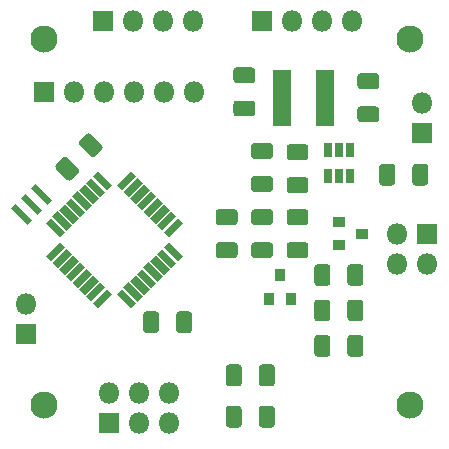
<source format=gbr>
%TF.GenerationSoftware,KiCad,Pcbnew,5.1.6*%
%TF.CreationDate,2020-09-21T03:48:32+02:00*%
%TF.ProjectId,Arduino_CPU_Board,41726475-696e-46f5-9f43-50555f426f61,rev?*%
%TF.SameCoordinates,Original*%
%TF.FileFunction,Soldermask,Top*%
%TF.FilePolarity,Negative*%
%FSLAX46Y46*%
G04 Gerber Fmt 4.6, Leading zero omitted, Abs format (unit mm)*
G04 Created by KiCad (PCBNEW 5.1.6) date 2020-09-21 03:48:32*
%MOMM*%
%LPD*%
G01*
G04 APERTURE LIST*
%ADD10O,1.800000X1.800000*%
%ADD11R,1.800000X1.800000*%
%ADD12C,2.300000*%
%ADD13C,0.100000*%
%ADD14R,0.750000X1.160000*%
%ADD15R,1.000000X0.900000*%
%ADD16R,0.900000X1.000000*%
%ADD17R,1.600000X4.800000*%
G04 APERTURE END LIST*
D10*
%TO.C,J3*%
X124120000Y-78000000D03*
X121580000Y-78000000D03*
X119040000Y-78000000D03*
D11*
X116500000Y-78000000D03*
%TD*%
D12*
%TO.C,REF\u002A\u002A*%
X142500000Y-79500000D03*
%TD*%
%TO.C,REF\u002A\u002A*%
X111500000Y-79500000D03*
%TD*%
%TO.C,REF\u002A\u002A*%
X111500000Y-110500000D03*
%TD*%
%TO.C,REF\u002A\u002A*%
X142500000Y-110500000D03*
%TD*%
D13*
%TO.C,Y1*%
G36*
X111878858Y-93535355D02*
G01*
X110464645Y-92121142D01*
X110818198Y-91767589D01*
X112232411Y-93181802D01*
X111878858Y-93535355D01*
G37*
G36*
X111030330Y-94383883D02*
G01*
X109616117Y-92969670D01*
X109969670Y-92616117D01*
X111383883Y-94030330D01*
X111030330Y-94383883D01*
G37*
G36*
X110181802Y-95232411D02*
G01*
X108767589Y-93818198D01*
X109121142Y-93464645D01*
X110535355Y-94878858D01*
X110181802Y-95232411D01*
G37*
%TD*%
D14*
%TO.C,U2*%
X136500000Y-88900000D03*
X135550000Y-88900000D03*
X137450000Y-88900000D03*
X137450000Y-91100000D03*
X136500000Y-91100000D03*
X135550000Y-91100000D03*
%TD*%
D13*
%TO.C,U1*%
G36*
X118154074Y-92345747D02*
G01*
X117694455Y-91886128D01*
X118896536Y-90684047D01*
X119356155Y-91143666D01*
X118154074Y-92345747D01*
G37*
G36*
X118719759Y-92911433D02*
G01*
X118260140Y-92451814D01*
X119462221Y-91249733D01*
X119921840Y-91709352D01*
X118719759Y-92911433D01*
G37*
G36*
X119285445Y-93477118D02*
G01*
X118825826Y-93017499D01*
X120027907Y-91815418D01*
X120487526Y-92275037D01*
X119285445Y-93477118D01*
G37*
G36*
X119851130Y-94042803D02*
G01*
X119391511Y-93583184D01*
X120593592Y-92381103D01*
X121053211Y-92840722D01*
X119851130Y-94042803D01*
G37*
G36*
X120416816Y-94608489D02*
G01*
X119957197Y-94148870D01*
X121159278Y-92946789D01*
X121618897Y-93406408D01*
X120416816Y-94608489D01*
G37*
G36*
X120982501Y-95174174D02*
G01*
X120522882Y-94714555D01*
X121724963Y-93512474D01*
X122184582Y-93972093D01*
X120982501Y-95174174D01*
G37*
G36*
X121548186Y-95739860D02*
G01*
X121088567Y-95280241D01*
X122290648Y-94078160D01*
X122750267Y-94537779D01*
X121548186Y-95739860D01*
G37*
G36*
X122113872Y-96305545D02*
G01*
X121654253Y-95845926D01*
X122856334Y-94643845D01*
X123315953Y-95103464D01*
X122113872Y-96305545D01*
G37*
G36*
X121654253Y-97154074D02*
G01*
X122113872Y-96694455D01*
X123315953Y-97896536D01*
X122856334Y-98356155D01*
X121654253Y-97154074D01*
G37*
G36*
X121088567Y-97719759D02*
G01*
X121548186Y-97260140D01*
X122750267Y-98462221D01*
X122290648Y-98921840D01*
X121088567Y-97719759D01*
G37*
G36*
X120522882Y-98285445D02*
G01*
X120982501Y-97825826D01*
X122184582Y-99027907D01*
X121724963Y-99487526D01*
X120522882Y-98285445D01*
G37*
G36*
X119957197Y-98851130D02*
G01*
X120416816Y-98391511D01*
X121618897Y-99593592D01*
X121159278Y-100053211D01*
X119957197Y-98851130D01*
G37*
G36*
X119391511Y-99416816D02*
G01*
X119851130Y-98957197D01*
X121053211Y-100159278D01*
X120593592Y-100618897D01*
X119391511Y-99416816D01*
G37*
G36*
X118825826Y-99982501D02*
G01*
X119285445Y-99522882D01*
X120487526Y-100724963D01*
X120027907Y-101184582D01*
X118825826Y-99982501D01*
G37*
G36*
X118260140Y-100548186D02*
G01*
X118719759Y-100088567D01*
X119921840Y-101290648D01*
X119462221Y-101750267D01*
X118260140Y-100548186D01*
G37*
G36*
X117694455Y-101113872D02*
G01*
X118154074Y-100654253D01*
X119356155Y-101856334D01*
X118896536Y-102315953D01*
X117694455Y-101113872D01*
G37*
G36*
X116103464Y-102315953D02*
G01*
X115643845Y-101856334D01*
X116845926Y-100654253D01*
X117305545Y-101113872D01*
X116103464Y-102315953D01*
G37*
G36*
X115537779Y-101750267D02*
G01*
X115078160Y-101290648D01*
X116280241Y-100088567D01*
X116739860Y-100548186D01*
X115537779Y-101750267D01*
G37*
G36*
X114972093Y-101184582D02*
G01*
X114512474Y-100724963D01*
X115714555Y-99522882D01*
X116174174Y-99982501D01*
X114972093Y-101184582D01*
G37*
G36*
X114406408Y-100618897D02*
G01*
X113946789Y-100159278D01*
X115148870Y-98957197D01*
X115608489Y-99416816D01*
X114406408Y-100618897D01*
G37*
G36*
X113840722Y-100053211D02*
G01*
X113381103Y-99593592D01*
X114583184Y-98391511D01*
X115042803Y-98851130D01*
X113840722Y-100053211D01*
G37*
G36*
X113275037Y-99487526D02*
G01*
X112815418Y-99027907D01*
X114017499Y-97825826D01*
X114477118Y-98285445D01*
X113275037Y-99487526D01*
G37*
G36*
X112709352Y-98921840D02*
G01*
X112249733Y-98462221D01*
X113451814Y-97260140D01*
X113911433Y-97719759D01*
X112709352Y-98921840D01*
G37*
G36*
X112143666Y-98356155D02*
G01*
X111684047Y-97896536D01*
X112886128Y-96694455D01*
X113345747Y-97154074D01*
X112143666Y-98356155D01*
G37*
G36*
X111684047Y-95103464D02*
G01*
X112143666Y-94643845D01*
X113345747Y-95845926D01*
X112886128Y-96305545D01*
X111684047Y-95103464D01*
G37*
G36*
X112249733Y-94537779D02*
G01*
X112709352Y-94078160D01*
X113911433Y-95280241D01*
X113451814Y-95739860D01*
X112249733Y-94537779D01*
G37*
G36*
X112815418Y-93972093D02*
G01*
X113275037Y-93512474D01*
X114477118Y-94714555D01*
X114017499Y-95174174D01*
X112815418Y-93972093D01*
G37*
G36*
X113381103Y-93406408D02*
G01*
X113840722Y-92946789D01*
X115042803Y-94148870D01*
X114583184Y-94608489D01*
X113381103Y-93406408D01*
G37*
G36*
X113946789Y-92840722D02*
G01*
X114406408Y-92381103D01*
X115608489Y-93583184D01*
X115148870Y-94042803D01*
X113946789Y-92840722D01*
G37*
G36*
X114512474Y-92275037D02*
G01*
X114972093Y-91815418D01*
X116174174Y-93017499D01*
X115714555Y-93477118D01*
X114512474Y-92275037D01*
G37*
G36*
X115078160Y-91709352D02*
G01*
X115537779Y-91249733D01*
X116739860Y-92451814D01*
X116280241Y-92911433D01*
X115078160Y-91709352D01*
G37*
G36*
X115643845Y-91143666D02*
G01*
X116103464Y-90684047D01*
X117305545Y-91886128D01*
X116845926Y-92345747D01*
X115643845Y-91143666D01*
G37*
%TD*%
D10*
%TO.C,Switch*%
X141460000Y-98540000D03*
X141460000Y-96000000D03*
X144000000Y-98540000D03*
D11*
X144000000Y-96000000D03*
%TD*%
%TO.C,R9*%
G36*
G01*
X137225000Y-106155000D02*
X137225000Y-104845000D01*
G75*
G02*
X137495000Y-104575000I270000J0D01*
G01*
X138305000Y-104575000D01*
G75*
G02*
X138575000Y-104845000I0J-270000D01*
G01*
X138575000Y-106155000D01*
G75*
G02*
X138305000Y-106425000I-270000J0D01*
G01*
X137495000Y-106425000D01*
G75*
G02*
X137225000Y-106155000I0J270000D01*
G01*
G37*
G36*
G01*
X134425000Y-106155000D02*
X134425000Y-104845000D01*
G75*
G02*
X134695000Y-104575000I270000J0D01*
G01*
X135505000Y-104575000D01*
G75*
G02*
X135775000Y-104845000I0J-270000D01*
G01*
X135775000Y-106155000D01*
G75*
G02*
X135505000Y-106425000I-270000J0D01*
G01*
X134695000Y-106425000D01*
G75*
G02*
X134425000Y-106155000I0J270000D01*
G01*
G37*
%TD*%
%TO.C,R8*%
G36*
G01*
X135775000Y-101845000D02*
X135775000Y-103155000D01*
G75*
G02*
X135505000Y-103425000I-270000J0D01*
G01*
X134695000Y-103425000D01*
G75*
G02*
X134425000Y-103155000I0J270000D01*
G01*
X134425000Y-101845000D01*
G75*
G02*
X134695000Y-101575000I270000J0D01*
G01*
X135505000Y-101575000D01*
G75*
G02*
X135775000Y-101845000I0J-270000D01*
G01*
G37*
G36*
G01*
X138575000Y-101845000D02*
X138575000Y-103155000D01*
G75*
G02*
X138305000Y-103425000I-270000J0D01*
G01*
X137495000Y-103425000D01*
G75*
G02*
X137225000Y-103155000I0J270000D01*
G01*
X137225000Y-101845000D01*
G75*
G02*
X137495000Y-101575000I270000J0D01*
G01*
X138305000Y-101575000D01*
G75*
G02*
X138575000Y-101845000I0J-270000D01*
G01*
G37*
%TD*%
%TO.C,R7*%
G36*
G01*
X128275000Y-107345000D02*
X128275000Y-108655000D01*
G75*
G02*
X128005000Y-108925000I-270000J0D01*
G01*
X127195000Y-108925000D01*
G75*
G02*
X126925000Y-108655000I0J270000D01*
G01*
X126925000Y-107345000D01*
G75*
G02*
X127195000Y-107075000I270000J0D01*
G01*
X128005000Y-107075000D01*
G75*
G02*
X128275000Y-107345000I0J-270000D01*
G01*
G37*
G36*
G01*
X131075000Y-107345000D02*
X131075000Y-108655000D01*
G75*
G02*
X130805000Y-108925000I-270000J0D01*
G01*
X129995000Y-108925000D01*
G75*
G02*
X129725000Y-108655000I0J270000D01*
G01*
X129725000Y-107345000D01*
G75*
G02*
X129995000Y-107075000I270000J0D01*
G01*
X130805000Y-107075000D01*
G75*
G02*
X131075000Y-107345000I0J-270000D01*
G01*
G37*
%TD*%
%TO.C,R6*%
G36*
G01*
X132345000Y-96725000D02*
X133655000Y-96725000D01*
G75*
G02*
X133925000Y-96995000I0J-270000D01*
G01*
X133925000Y-97805000D01*
G75*
G02*
X133655000Y-98075000I-270000J0D01*
G01*
X132345000Y-98075000D01*
G75*
G02*
X132075000Y-97805000I0J270000D01*
G01*
X132075000Y-96995000D01*
G75*
G02*
X132345000Y-96725000I270000J0D01*
G01*
G37*
G36*
G01*
X132345000Y-93925000D02*
X133655000Y-93925000D01*
G75*
G02*
X133925000Y-94195000I0J-270000D01*
G01*
X133925000Y-95005000D01*
G75*
G02*
X133655000Y-95275000I-270000J0D01*
G01*
X132345000Y-95275000D01*
G75*
G02*
X132075000Y-95005000I0J270000D01*
G01*
X132075000Y-94195000D01*
G75*
G02*
X132345000Y-93925000I270000J0D01*
G01*
G37*
%TD*%
%TO.C,R5*%
G36*
G01*
X129345000Y-91125000D02*
X130655000Y-91125000D01*
G75*
G02*
X130925000Y-91395000I0J-270000D01*
G01*
X130925000Y-92205000D01*
G75*
G02*
X130655000Y-92475000I-270000J0D01*
G01*
X129345000Y-92475000D01*
G75*
G02*
X129075000Y-92205000I0J270000D01*
G01*
X129075000Y-91395000D01*
G75*
G02*
X129345000Y-91125000I270000J0D01*
G01*
G37*
G36*
G01*
X129345000Y-88325000D02*
X130655000Y-88325000D01*
G75*
G02*
X130925000Y-88595000I0J-270000D01*
G01*
X130925000Y-89405000D01*
G75*
G02*
X130655000Y-89675000I-270000J0D01*
G01*
X129345000Y-89675000D01*
G75*
G02*
X129075000Y-89405000I0J270000D01*
G01*
X129075000Y-88595000D01*
G75*
G02*
X129345000Y-88325000I270000J0D01*
G01*
G37*
%TD*%
%TO.C,R4*%
G36*
G01*
X142725000Y-91655000D02*
X142725000Y-90345000D01*
G75*
G02*
X142995000Y-90075000I270000J0D01*
G01*
X143805000Y-90075000D01*
G75*
G02*
X144075000Y-90345000I0J-270000D01*
G01*
X144075000Y-91655000D01*
G75*
G02*
X143805000Y-91925000I-270000J0D01*
G01*
X142995000Y-91925000D01*
G75*
G02*
X142725000Y-91655000I0J270000D01*
G01*
G37*
G36*
G01*
X139925000Y-91655000D02*
X139925000Y-90345000D01*
G75*
G02*
X140195000Y-90075000I270000J0D01*
G01*
X141005000Y-90075000D01*
G75*
G02*
X141275000Y-90345000I0J-270000D01*
G01*
X141275000Y-91655000D01*
G75*
G02*
X141005000Y-91925000I-270000J0D01*
G01*
X140195000Y-91925000D01*
G75*
G02*
X139925000Y-91655000I0J270000D01*
G01*
G37*
%TD*%
%TO.C,R3*%
G36*
G01*
X129345000Y-96725000D02*
X130655000Y-96725000D01*
G75*
G02*
X130925000Y-96995000I0J-270000D01*
G01*
X130925000Y-97805000D01*
G75*
G02*
X130655000Y-98075000I-270000J0D01*
G01*
X129345000Y-98075000D01*
G75*
G02*
X129075000Y-97805000I0J270000D01*
G01*
X129075000Y-96995000D01*
G75*
G02*
X129345000Y-96725000I270000J0D01*
G01*
G37*
G36*
G01*
X129345000Y-93925000D02*
X130655000Y-93925000D01*
G75*
G02*
X130925000Y-94195000I0J-270000D01*
G01*
X130925000Y-95005000D01*
G75*
G02*
X130655000Y-95275000I-270000J0D01*
G01*
X129345000Y-95275000D01*
G75*
G02*
X129075000Y-95005000I0J270000D01*
G01*
X129075000Y-94195000D01*
G75*
G02*
X129345000Y-93925000I270000J0D01*
G01*
G37*
%TD*%
%TO.C,R2*%
G36*
G01*
X135775000Y-98845000D02*
X135775000Y-100155000D01*
G75*
G02*
X135505000Y-100425000I-270000J0D01*
G01*
X134695000Y-100425000D01*
G75*
G02*
X134425000Y-100155000I0J270000D01*
G01*
X134425000Y-98845000D01*
G75*
G02*
X134695000Y-98575000I270000J0D01*
G01*
X135505000Y-98575000D01*
G75*
G02*
X135775000Y-98845000I0J-270000D01*
G01*
G37*
G36*
G01*
X138575000Y-98845000D02*
X138575000Y-100155000D01*
G75*
G02*
X138305000Y-100425000I-270000J0D01*
G01*
X137495000Y-100425000D01*
G75*
G02*
X137225000Y-100155000I0J270000D01*
G01*
X137225000Y-98845000D01*
G75*
G02*
X137495000Y-98575000I270000J0D01*
G01*
X138305000Y-98575000D01*
G75*
G02*
X138575000Y-98845000I0J-270000D01*
G01*
G37*
%TD*%
%TO.C,R1*%
G36*
G01*
X126345000Y-96725000D02*
X127655000Y-96725000D01*
G75*
G02*
X127925000Y-96995000I0J-270000D01*
G01*
X127925000Y-97805000D01*
G75*
G02*
X127655000Y-98075000I-270000J0D01*
G01*
X126345000Y-98075000D01*
G75*
G02*
X126075000Y-97805000I0J270000D01*
G01*
X126075000Y-96995000D01*
G75*
G02*
X126345000Y-96725000I270000J0D01*
G01*
G37*
G36*
G01*
X126345000Y-93925000D02*
X127655000Y-93925000D01*
G75*
G02*
X127925000Y-94195000I0J-270000D01*
G01*
X127925000Y-95005000D01*
G75*
G02*
X127655000Y-95275000I-270000J0D01*
G01*
X126345000Y-95275000D01*
G75*
G02*
X126075000Y-95005000I0J270000D01*
G01*
X126075000Y-94195000D01*
G75*
G02*
X126345000Y-93925000I270000J0D01*
G01*
G37*
%TD*%
D15*
%TO.C,Q2*%
X138500000Y-96000000D03*
X136500000Y-96950000D03*
X136500000Y-95050000D03*
%TD*%
D16*
%TO.C,Q1*%
X131500000Y-99500000D03*
X132450000Y-101500000D03*
X130550000Y-101500000D03*
%TD*%
D17*
%TO.C,L1*%
X131675000Y-84500000D03*
X135325000Y-84500000D03*
%TD*%
D10*
%TO.C,J7*%
X122080000Y-109460000D03*
X122080000Y-112000000D03*
X119540000Y-109460000D03*
X119540000Y-112000000D03*
X117000000Y-109460000D03*
D11*
X117000000Y-112000000D03*
%TD*%
D10*
%TO.C,J6*%
X137620000Y-78000000D03*
X135080000Y-78000000D03*
X132540000Y-78000000D03*
D11*
X130000000Y-78000000D03*
%TD*%
D10*
%TO.C,J5*%
X110000000Y-101960000D03*
D11*
X110000000Y-104500000D03*
%TD*%
D10*
%TO.C,J2*%
X124200000Y-84000000D03*
X121660000Y-84000000D03*
X119120000Y-84000000D03*
X116580000Y-84000000D03*
X114040000Y-84000000D03*
D11*
X111500000Y-84000000D03*
%TD*%
D10*
%TO.C,J1*%
X143500000Y-84960000D03*
D11*
X143500000Y-87500000D03*
%TD*%
%TO.C,C6*%
G36*
G01*
X127845000Y-84725000D02*
X129155000Y-84725000D01*
G75*
G02*
X129425000Y-84995000I0J-270000D01*
G01*
X129425000Y-85805000D01*
G75*
G02*
X129155000Y-86075000I-270000J0D01*
G01*
X127845000Y-86075000D01*
G75*
G02*
X127575000Y-85805000I0J270000D01*
G01*
X127575000Y-84995000D01*
G75*
G02*
X127845000Y-84725000I270000J0D01*
G01*
G37*
G36*
G01*
X127845000Y-81925000D02*
X129155000Y-81925000D01*
G75*
G02*
X129425000Y-82195000I0J-270000D01*
G01*
X129425000Y-83005000D01*
G75*
G02*
X129155000Y-83275000I-270000J0D01*
G01*
X127845000Y-83275000D01*
G75*
G02*
X127575000Y-83005000I0J270000D01*
G01*
X127575000Y-82195000D01*
G75*
G02*
X127845000Y-81925000I270000J0D01*
G01*
G37*
%TD*%
%TO.C,C5*%
G36*
G01*
X128275000Y-110845000D02*
X128275000Y-112155000D01*
G75*
G02*
X128005000Y-112425000I-270000J0D01*
G01*
X127195000Y-112425000D01*
G75*
G02*
X126925000Y-112155000I0J270000D01*
G01*
X126925000Y-110845000D01*
G75*
G02*
X127195000Y-110575000I270000J0D01*
G01*
X128005000Y-110575000D01*
G75*
G02*
X128275000Y-110845000I0J-270000D01*
G01*
G37*
G36*
G01*
X131075000Y-110845000D02*
X131075000Y-112155000D01*
G75*
G02*
X130805000Y-112425000I-270000J0D01*
G01*
X129995000Y-112425000D01*
G75*
G02*
X129725000Y-112155000I0J270000D01*
G01*
X129725000Y-110845000D01*
G75*
G02*
X129995000Y-110575000I270000J0D01*
G01*
X130805000Y-110575000D01*
G75*
G02*
X131075000Y-110845000I0J-270000D01*
G01*
G37*
%TD*%
%TO.C,C4*%
G36*
G01*
X133655000Y-89775000D02*
X132345000Y-89775000D01*
G75*
G02*
X132075000Y-89505000I0J270000D01*
G01*
X132075000Y-88695000D01*
G75*
G02*
X132345000Y-88425000I270000J0D01*
G01*
X133655000Y-88425000D01*
G75*
G02*
X133925000Y-88695000I0J-270000D01*
G01*
X133925000Y-89505000D01*
G75*
G02*
X133655000Y-89775000I-270000J0D01*
G01*
G37*
G36*
G01*
X133655000Y-92575000D02*
X132345000Y-92575000D01*
G75*
G02*
X132075000Y-92305000I0J270000D01*
G01*
X132075000Y-91495000D01*
G75*
G02*
X132345000Y-91225000I270000J0D01*
G01*
X133655000Y-91225000D01*
G75*
G02*
X133925000Y-91495000I0J-270000D01*
G01*
X133925000Y-92305000D01*
G75*
G02*
X133655000Y-92575000I-270000J0D01*
G01*
G37*
%TD*%
%TO.C,C3*%
G36*
G01*
X115475807Y-89450503D02*
X114549497Y-88524193D01*
G75*
G02*
X114549497Y-88142355I190919J190919D01*
G01*
X115122253Y-87569599D01*
G75*
G02*
X115504091Y-87569599I190919J-190919D01*
G01*
X116430401Y-88495909D01*
G75*
G02*
X116430401Y-88877747I-190919J-190919D01*
G01*
X115857645Y-89450503D01*
G75*
G02*
X115475807Y-89450503I-190919J190919D01*
G01*
G37*
G36*
G01*
X113495909Y-91430401D02*
X112569599Y-90504091D01*
G75*
G02*
X112569599Y-90122253I190919J190919D01*
G01*
X113142355Y-89549497D01*
G75*
G02*
X113524193Y-89549497I190919J-190919D01*
G01*
X114450503Y-90475807D01*
G75*
G02*
X114450503Y-90857645I-190919J-190919D01*
G01*
X113877747Y-91430401D01*
G75*
G02*
X113495909Y-91430401I-190919J190919D01*
G01*
G37*
%TD*%
%TO.C,C2*%
G36*
G01*
X122725000Y-104155000D02*
X122725000Y-102845000D01*
G75*
G02*
X122995000Y-102575000I270000J0D01*
G01*
X123805000Y-102575000D01*
G75*
G02*
X124075000Y-102845000I0J-270000D01*
G01*
X124075000Y-104155000D01*
G75*
G02*
X123805000Y-104425000I-270000J0D01*
G01*
X122995000Y-104425000D01*
G75*
G02*
X122725000Y-104155000I0J270000D01*
G01*
G37*
G36*
G01*
X119925000Y-104155000D02*
X119925000Y-102845000D01*
G75*
G02*
X120195000Y-102575000I270000J0D01*
G01*
X121005000Y-102575000D01*
G75*
G02*
X121275000Y-102845000I0J-270000D01*
G01*
X121275000Y-104155000D01*
G75*
G02*
X121005000Y-104425000I-270000J0D01*
G01*
X120195000Y-104425000D01*
G75*
G02*
X119925000Y-104155000I0J270000D01*
G01*
G37*
%TD*%
%TO.C,C1*%
G36*
G01*
X139655000Y-83775000D02*
X138345000Y-83775000D01*
G75*
G02*
X138075000Y-83505000I0J270000D01*
G01*
X138075000Y-82695000D01*
G75*
G02*
X138345000Y-82425000I270000J0D01*
G01*
X139655000Y-82425000D01*
G75*
G02*
X139925000Y-82695000I0J-270000D01*
G01*
X139925000Y-83505000D01*
G75*
G02*
X139655000Y-83775000I-270000J0D01*
G01*
G37*
G36*
G01*
X139655000Y-86575000D02*
X138345000Y-86575000D01*
G75*
G02*
X138075000Y-86305000I0J270000D01*
G01*
X138075000Y-85495000D01*
G75*
G02*
X138345000Y-85225000I270000J0D01*
G01*
X139655000Y-85225000D01*
G75*
G02*
X139925000Y-85495000I0J-270000D01*
G01*
X139925000Y-86305000D01*
G75*
G02*
X139655000Y-86575000I-270000J0D01*
G01*
G37*
%TD*%
M02*

</source>
